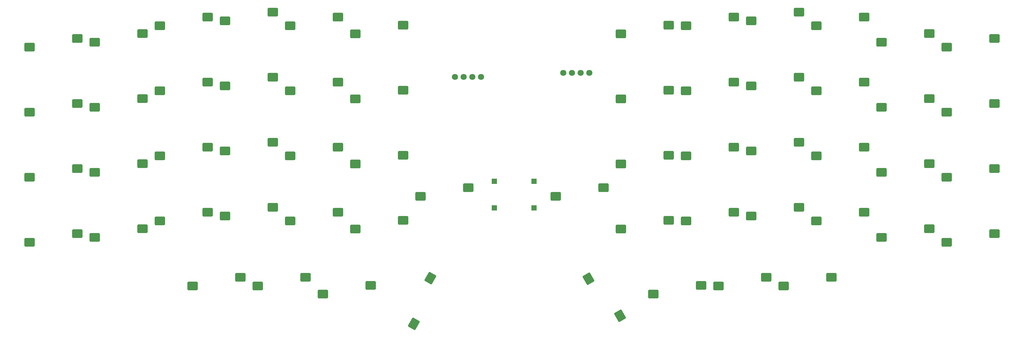
<source format=gbp>
G04 #@! TF.GenerationSoftware,KiCad,Pcbnew,8.0.7*
G04 #@! TF.CreationDate,2025-01-29T20:00:51+13:00*
G04 #@! TF.ProjectId,Koca,4b6f6361-2e6b-4696-9361-645f70636258,3*
G04 #@! TF.SameCoordinates,Original*
G04 #@! TF.FileFunction,Paste,Bot*
G04 #@! TF.FilePolarity,Positive*
%FSLAX46Y46*%
G04 Gerber Fmt 4.6, Leading zero omitted, Abs format (unit mm)*
G04 Created by KiCad (PCBNEW 8.0.7) date 2025-01-29 20:00:51*
%MOMM*%
%LPD*%
G01*
G04 APERTURE LIST*
G04 Aperture macros list*
%AMRoundRect*
0 Rectangle with rounded corners*
0 $1 Rounding radius*
0 $2 $3 $4 $5 $6 $7 $8 $9 X,Y pos of 4 corners*
0 Add a 4 corners polygon primitive as box body*
4,1,4,$2,$3,$4,$5,$6,$7,$8,$9,$2,$3,0*
0 Add four circle primitives for the rounded corners*
1,1,$1+$1,$2,$3*
1,1,$1+$1,$4,$5*
1,1,$1+$1,$6,$7*
1,1,$1+$1,$8,$9*
0 Add four rect primitives between the rounded corners*
20,1,$1+$1,$2,$3,$4,$5,0*
20,1,$1+$1,$4,$5,$6,$7,0*
20,1,$1+$1,$6,$7,$8,$9,0*
20,1,$1+$1,$8,$9,$2,$3,0*%
G04 Aperture macros list end*
%ADD10RoundRect,0.250000X-1.250000X-1.000000X1.250000X-1.000000X1.250000X1.000000X-1.250000X1.000000X0*%
%ADD11RoundRect,0.250000X0.241025X-1.582532X1.491025X0.582532X-0.241025X1.582532X-1.491025X-0.582532X0*%
%ADD12RoundRect,0.250000X-1.491025X0.582532X-0.241025X-1.582532X1.491025X-0.582532X0.241025X1.582532X0*%
%ADD13C,1.800000*%
%ADD14R,1.500000X1.500000*%
G04 APERTURE END LIST*
D10*
X81480000Y-123260000D03*
X95450000Y-120720000D03*
X100530000Y-118410000D03*
X114500000Y-115870000D03*
X62430000Y-105660000D03*
X76400000Y-103120000D03*
X119580000Y-97960000D03*
X133550000Y-95420000D03*
X138630000Y-99360000D03*
X152600000Y-96820000D03*
X100530000Y-99360000D03*
X114500000Y-96820000D03*
X119580000Y-117010000D03*
X133550000Y-114470000D03*
X157680000Y-101760000D03*
X171650000Y-99220000D03*
X176730000Y-149310000D03*
X190700000Y-146770000D03*
X62430000Y-124710000D03*
X76400000Y-122170000D03*
X138630000Y-156510000D03*
X152600000Y-153970000D03*
X62430000Y-143760000D03*
X76400000Y-141220000D03*
X157680000Y-139860000D03*
X171650000Y-137320000D03*
X100530000Y-156510000D03*
X114500000Y-153970000D03*
X138630000Y-137460000D03*
X152600000Y-134920000D03*
X62430000Y-162810000D03*
X76400000Y-160270000D03*
X119580000Y-155110000D03*
X133550000Y-152570000D03*
X81480000Y-142310000D03*
X95450000Y-139770000D03*
X129130000Y-175560000D03*
X143100000Y-173020000D03*
X119580000Y-136060000D03*
X133550000Y-133520000D03*
D11*
X174790295Y-186629114D03*
X179575591Y-173260739D03*
D10*
X81480000Y-161360000D03*
X95450000Y-158820000D03*
X100530000Y-137460000D03*
X114500000Y-134920000D03*
X110080000Y-175560000D03*
X124050000Y-173020000D03*
X148180000Y-177960000D03*
X162150000Y-175420000D03*
X157680000Y-158910000D03*
X171650000Y-156370000D03*
X138630000Y-118410000D03*
X152600000Y-115870000D03*
X157680000Y-120810000D03*
X171650000Y-118270000D03*
X81480000Y-104210000D03*
X95450000Y-101670000D03*
X216286000Y-149310000D03*
X230256000Y-146770000D03*
X263886000Y-175560000D03*
X277856000Y-173020000D03*
D12*
X225845705Y-173430886D03*
X235030409Y-184259261D03*
D10*
X244836000Y-177960000D03*
X258806000Y-175420000D03*
X311536000Y-161360000D03*
X325506000Y-158820000D03*
X330586000Y-162810000D03*
X344556000Y-160270000D03*
X311536000Y-123260000D03*
X325506000Y-120720000D03*
X292486000Y-137460000D03*
X306456000Y-134920000D03*
X254386000Y-156510000D03*
X268356000Y-153970000D03*
X282936000Y-175560000D03*
X296906000Y-173020000D03*
X292486000Y-156510000D03*
X306456000Y-153970000D03*
X311536000Y-142310000D03*
X325506000Y-139770000D03*
X330586000Y-143760000D03*
X344556000Y-141220000D03*
X235336000Y-158910000D03*
X249306000Y-156370000D03*
X273436000Y-155110000D03*
X287406000Y-152570000D03*
X311536000Y-104210000D03*
X325506000Y-101670000D03*
X330586000Y-105660000D03*
X344556000Y-103120000D03*
X330586000Y-124710000D03*
X344556000Y-122170000D03*
X254386000Y-137460000D03*
X268356000Y-134920000D03*
X235336000Y-120810000D03*
X249306000Y-118270000D03*
X235336000Y-101760000D03*
X249306000Y-99220000D03*
X292486000Y-118410000D03*
X306456000Y-115870000D03*
X254386000Y-99360000D03*
X268356000Y-96820000D03*
X273436000Y-97960000D03*
X287406000Y-95420000D03*
X292486000Y-99360000D03*
X306456000Y-96820000D03*
X235336000Y-139860000D03*
X249306000Y-137320000D03*
X254386000Y-118410000D03*
X268356000Y-115870000D03*
X273436000Y-117010000D03*
X287406000Y-114470000D03*
X273436000Y-136060000D03*
X287406000Y-133520000D03*
D13*
X218480000Y-113150000D03*
X221020000Y-113150000D03*
X223560000Y-113150000D03*
X226100000Y-113150000D03*
X186820000Y-114400000D03*
X189360000Y-114400000D03*
X191900000Y-114400000D03*
X194440000Y-114400000D03*
D14*
X198300000Y-152700000D03*
X198300000Y-144900000D03*
X209956000Y-152700000D03*
X209956000Y-144900000D03*
M02*

</source>
